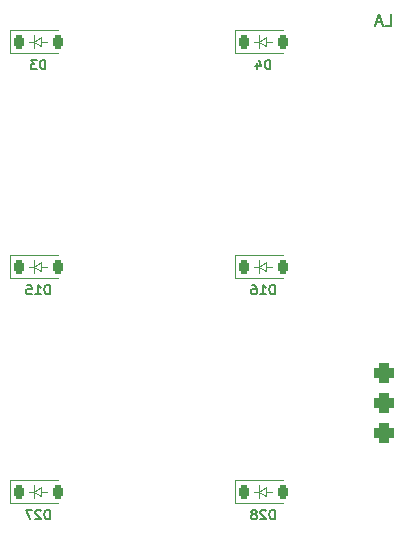
<source format=gbo>
G04 #@! TF.GenerationSoftware,KiCad,Pcbnew,7.0.5*
G04 #@! TF.CreationDate,2023-08-03T23:04:40+08:00*
G04 #@! TF.ProjectId,LA,4c412e6b-6963-4616-945f-706362585858,rev?*
G04 #@! TF.SameCoordinates,Original*
G04 #@! TF.FileFunction,Legend,Bot*
G04 #@! TF.FilePolarity,Positive*
%FSLAX46Y46*%
G04 Gerber Fmt 4.6, Leading zero omitted, Abs format (unit mm)*
G04 Created by KiCad (PCBNEW 7.0.5) date 2023-08-03 23:04:40*
%MOMM*%
%LPD*%
G01*
G04 APERTURE LIST*
G04 Aperture macros list*
%AMRoundRect*
0 Rectangle with rounded corners*
0 $1 Rounding radius*
0 $2 $3 $4 $5 $6 $7 $8 $9 X,Y pos of 4 corners*
0 Add a 4 corners polygon primitive as box body*
4,1,4,$2,$3,$4,$5,$6,$7,$8,$9,$2,$3,0*
0 Add four circle primitives for the rounded corners*
1,1,$1+$1,$2,$3*
1,1,$1+$1,$4,$5*
1,1,$1+$1,$6,$7*
1,1,$1+$1,$8,$9*
0 Add four rect primitives between the rounded corners*
20,1,$1+$1,$2,$3,$4,$5,0*
20,1,$1+$1,$4,$5,$6,$7,0*
20,1,$1+$1,$6,$7,$8,$9,0*
20,1,$1+$1,$8,$9,$2,$3,0*%
%AMHorizOval*
0 Thick line with rounded ends*
0 $1 width*
0 $2 $3 position (X,Y) of the first rounded end (center of the circle)*
0 $4 $5 position (X,Y) of the second rounded end (center of the circle)*
0 Add line between two ends*
20,1,$1,$2,$3,$4,$5,0*
0 Add two circle primitives to create the rounded ends*
1,1,$1,$2,$3*
1,1,$1,$4,$5*%
%AMOutline4P*
0 Free polygon, 4 corners , with rotation*
0 The origin of the aperture is its center*
0 number of corners: always 4*
0 $1 to $8 corner X, Y*
0 $9 Rotation angle, in degrees counterclockwise*
0 create outline with 4 corners*
4,1,4,$1,$2,$3,$4,$5,$6,$7,$8,$1,$2,$9*%
G04 Aperture macros list end*
%ADD10C,0.150000*%
%ADD11C,0.120000*%
%ADD12C,0.100000*%
%ADD13O,2.200000X1.900000*%
%ADD14C,5.100000*%
%ADD15HorizOval,2.400000X-0.305164X0.457575X0.305164X-0.457575X0*%
%ADD16C,2.400000*%
%ADD17Outline4P,-1.150000X-1.200000X1.150000X-1.200000X1.150000X1.200000X-1.150000X1.200000X0.000000*%
%ADD18Outline4P,-1.200000X-1.200000X1.200000X-1.200000X1.200000X1.200000X-1.200000X1.200000X0.000000*%
%ADD19C,3.500000*%
%ADD20C,1.700000*%
%ADD21O,1.700000X1.700000*%
%ADD22RoundRect,0.425000X-0.425000X-0.425000X0.425000X-0.425000X0.425000X0.425000X-0.425000X0.425000X0*%
%ADD23RoundRect,0.225000X-0.225000X-0.375000X0.225000X-0.375000X0.225000X0.375000X-0.225000X0.375000X0*%
G04 APERTURE END LIST*
D10*
X150299047Y-46594819D02*
X150775237Y-46594819D01*
X150775237Y-46594819D02*
X150775237Y-45594819D01*
X150013332Y-46309104D02*
X149537142Y-46309104D01*
X150108570Y-46594819D02*
X149775237Y-45594819D01*
X149775237Y-45594819D02*
X149441904Y-46594819D01*
X121901428Y-69352295D02*
X121901428Y-68552295D01*
X121901428Y-68552295D02*
X121710952Y-68552295D01*
X121710952Y-68552295D02*
X121596666Y-68590390D01*
X121596666Y-68590390D02*
X121520476Y-68666580D01*
X121520476Y-68666580D02*
X121482381Y-68742771D01*
X121482381Y-68742771D02*
X121444285Y-68895152D01*
X121444285Y-68895152D02*
X121444285Y-69009438D01*
X121444285Y-69009438D02*
X121482381Y-69161819D01*
X121482381Y-69161819D02*
X121520476Y-69238009D01*
X121520476Y-69238009D02*
X121596666Y-69314200D01*
X121596666Y-69314200D02*
X121710952Y-69352295D01*
X121710952Y-69352295D02*
X121901428Y-69352295D01*
X120682381Y-69352295D02*
X121139524Y-69352295D01*
X120910952Y-69352295D02*
X120910952Y-68552295D01*
X120910952Y-68552295D02*
X120987143Y-68666580D01*
X120987143Y-68666580D02*
X121063333Y-68742771D01*
X121063333Y-68742771D02*
X121139524Y-68780866D01*
X119958571Y-68552295D02*
X120339523Y-68552295D01*
X120339523Y-68552295D02*
X120377619Y-68933247D01*
X120377619Y-68933247D02*
X120339523Y-68895152D01*
X120339523Y-68895152D02*
X120263333Y-68857057D01*
X120263333Y-68857057D02*
X120072857Y-68857057D01*
X120072857Y-68857057D02*
X119996666Y-68895152D01*
X119996666Y-68895152D02*
X119958571Y-68933247D01*
X119958571Y-68933247D02*
X119920476Y-69009438D01*
X119920476Y-69009438D02*
X119920476Y-69199914D01*
X119920476Y-69199914D02*
X119958571Y-69276104D01*
X119958571Y-69276104D02*
X119996666Y-69314200D01*
X119996666Y-69314200D02*
X120072857Y-69352295D01*
X120072857Y-69352295D02*
X120263333Y-69352295D01*
X120263333Y-69352295D02*
X120339523Y-69314200D01*
X120339523Y-69314200D02*
X120377619Y-69276104D01*
X140951428Y-88402295D02*
X140951428Y-87602295D01*
X140951428Y-87602295D02*
X140760952Y-87602295D01*
X140760952Y-87602295D02*
X140646666Y-87640390D01*
X140646666Y-87640390D02*
X140570476Y-87716580D01*
X140570476Y-87716580D02*
X140532381Y-87792771D01*
X140532381Y-87792771D02*
X140494285Y-87945152D01*
X140494285Y-87945152D02*
X140494285Y-88059438D01*
X140494285Y-88059438D02*
X140532381Y-88211819D01*
X140532381Y-88211819D02*
X140570476Y-88288009D01*
X140570476Y-88288009D02*
X140646666Y-88364200D01*
X140646666Y-88364200D02*
X140760952Y-88402295D01*
X140760952Y-88402295D02*
X140951428Y-88402295D01*
X140189524Y-87678485D02*
X140151428Y-87640390D01*
X140151428Y-87640390D02*
X140075238Y-87602295D01*
X140075238Y-87602295D02*
X139884762Y-87602295D01*
X139884762Y-87602295D02*
X139808571Y-87640390D01*
X139808571Y-87640390D02*
X139770476Y-87678485D01*
X139770476Y-87678485D02*
X139732381Y-87754676D01*
X139732381Y-87754676D02*
X139732381Y-87830866D01*
X139732381Y-87830866D02*
X139770476Y-87945152D01*
X139770476Y-87945152D02*
X140227619Y-88402295D01*
X140227619Y-88402295D02*
X139732381Y-88402295D01*
X139275238Y-87945152D02*
X139351428Y-87907057D01*
X139351428Y-87907057D02*
X139389523Y-87868961D01*
X139389523Y-87868961D02*
X139427619Y-87792771D01*
X139427619Y-87792771D02*
X139427619Y-87754676D01*
X139427619Y-87754676D02*
X139389523Y-87678485D01*
X139389523Y-87678485D02*
X139351428Y-87640390D01*
X139351428Y-87640390D02*
X139275238Y-87602295D01*
X139275238Y-87602295D02*
X139122857Y-87602295D01*
X139122857Y-87602295D02*
X139046666Y-87640390D01*
X139046666Y-87640390D02*
X139008571Y-87678485D01*
X139008571Y-87678485D02*
X138970476Y-87754676D01*
X138970476Y-87754676D02*
X138970476Y-87792771D01*
X138970476Y-87792771D02*
X139008571Y-87868961D01*
X139008571Y-87868961D02*
X139046666Y-87907057D01*
X139046666Y-87907057D02*
X139122857Y-87945152D01*
X139122857Y-87945152D02*
X139275238Y-87945152D01*
X139275238Y-87945152D02*
X139351428Y-87983247D01*
X139351428Y-87983247D02*
X139389523Y-88021342D01*
X139389523Y-88021342D02*
X139427619Y-88097533D01*
X139427619Y-88097533D02*
X139427619Y-88249914D01*
X139427619Y-88249914D02*
X139389523Y-88326104D01*
X139389523Y-88326104D02*
X139351428Y-88364200D01*
X139351428Y-88364200D02*
X139275238Y-88402295D01*
X139275238Y-88402295D02*
X139122857Y-88402295D01*
X139122857Y-88402295D02*
X139046666Y-88364200D01*
X139046666Y-88364200D02*
X139008571Y-88326104D01*
X139008571Y-88326104D02*
X138970476Y-88249914D01*
X138970476Y-88249914D02*
X138970476Y-88097533D01*
X138970476Y-88097533D02*
X139008571Y-88021342D01*
X139008571Y-88021342D02*
X139046666Y-87983247D01*
X139046666Y-87983247D02*
X139122857Y-87945152D01*
X121901428Y-88402295D02*
X121901428Y-87602295D01*
X121901428Y-87602295D02*
X121710952Y-87602295D01*
X121710952Y-87602295D02*
X121596666Y-87640390D01*
X121596666Y-87640390D02*
X121520476Y-87716580D01*
X121520476Y-87716580D02*
X121482381Y-87792771D01*
X121482381Y-87792771D02*
X121444285Y-87945152D01*
X121444285Y-87945152D02*
X121444285Y-88059438D01*
X121444285Y-88059438D02*
X121482381Y-88211819D01*
X121482381Y-88211819D02*
X121520476Y-88288009D01*
X121520476Y-88288009D02*
X121596666Y-88364200D01*
X121596666Y-88364200D02*
X121710952Y-88402295D01*
X121710952Y-88402295D02*
X121901428Y-88402295D01*
X121139524Y-87678485D02*
X121101428Y-87640390D01*
X121101428Y-87640390D02*
X121025238Y-87602295D01*
X121025238Y-87602295D02*
X120834762Y-87602295D01*
X120834762Y-87602295D02*
X120758571Y-87640390D01*
X120758571Y-87640390D02*
X120720476Y-87678485D01*
X120720476Y-87678485D02*
X120682381Y-87754676D01*
X120682381Y-87754676D02*
X120682381Y-87830866D01*
X120682381Y-87830866D02*
X120720476Y-87945152D01*
X120720476Y-87945152D02*
X121177619Y-88402295D01*
X121177619Y-88402295D02*
X120682381Y-88402295D01*
X120415714Y-87602295D02*
X119882380Y-87602295D01*
X119882380Y-87602295D02*
X120225238Y-88402295D01*
X121520475Y-50302295D02*
X121520475Y-49502295D01*
X121520475Y-49502295D02*
X121329999Y-49502295D01*
X121329999Y-49502295D02*
X121215713Y-49540390D01*
X121215713Y-49540390D02*
X121139523Y-49616580D01*
X121139523Y-49616580D02*
X121101428Y-49692771D01*
X121101428Y-49692771D02*
X121063332Y-49845152D01*
X121063332Y-49845152D02*
X121063332Y-49959438D01*
X121063332Y-49959438D02*
X121101428Y-50111819D01*
X121101428Y-50111819D02*
X121139523Y-50188009D01*
X121139523Y-50188009D02*
X121215713Y-50264200D01*
X121215713Y-50264200D02*
X121329999Y-50302295D01*
X121329999Y-50302295D02*
X121520475Y-50302295D01*
X120796666Y-49502295D02*
X120301428Y-49502295D01*
X120301428Y-49502295D02*
X120568094Y-49807057D01*
X120568094Y-49807057D02*
X120453809Y-49807057D01*
X120453809Y-49807057D02*
X120377618Y-49845152D01*
X120377618Y-49845152D02*
X120339523Y-49883247D01*
X120339523Y-49883247D02*
X120301428Y-49959438D01*
X120301428Y-49959438D02*
X120301428Y-50149914D01*
X120301428Y-50149914D02*
X120339523Y-50226104D01*
X120339523Y-50226104D02*
X120377618Y-50264200D01*
X120377618Y-50264200D02*
X120453809Y-50302295D01*
X120453809Y-50302295D02*
X120682380Y-50302295D01*
X120682380Y-50302295D02*
X120758571Y-50264200D01*
X120758571Y-50264200D02*
X120796666Y-50226104D01*
X140951428Y-69352295D02*
X140951428Y-68552295D01*
X140951428Y-68552295D02*
X140760952Y-68552295D01*
X140760952Y-68552295D02*
X140646666Y-68590390D01*
X140646666Y-68590390D02*
X140570476Y-68666580D01*
X140570476Y-68666580D02*
X140532381Y-68742771D01*
X140532381Y-68742771D02*
X140494285Y-68895152D01*
X140494285Y-68895152D02*
X140494285Y-69009438D01*
X140494285Y-69009438D02*
X140532381Y-69161819D01*
X140532381Y-69161819D02*
X140570476Y-69238009D01*
X140570476Y-69238009D02*
X140646666Y-69314200D01*
X140646666Y-69314200D02*
X140760952Y-69352295D01*
X140760952Y-69352295D02*
X140951428Y-69352295D01*
X139732381Y-69352295D02*
X140189524Y-69352295D01*
X139960952Y-69352295D02*
X139960952Y-68552295D01*
X139960952Y-68552295D02*
X140037143Y-68666580D01*
X140037143Y-68666580D02*
X140113333Y-68742771D01*
X140113333Y-68742771D02*
X140189524Y-68780866D01*
X139046666Y-68552295D02*
X139199047Y-68552295D01*
X139199047Y-68552295D02*
X139275238Y-68590390D01*
X139275238Y-68590390D02*
X139313333Y-68628485D01*
X139313333Y-68628485D02*
X139389523Y-68742771D01*
X139389523Y-68742771D02*
X139427619Y-68895152D01*
X139427619Y-68895152D02*
X139427619Y-69199914D01*
X139427619Y-69199914D02*
X139389523Y-69276104D01*
X139389523Y-69276104D02*
X139351428Y-69314200D01*
X139351428Y-69314200D02*
X139275238Y-69352295D01*
X139275238Y-69352295D02*
X139122857Y-69352295D01*
X139122857Y-69352295D02*
X139046666Y-69314200D01*
X139046666Y-69314200D02*
X139008571Y-69276104D01*
X139008571Y-69276104D02*
X138970476Y-69199914D01*
X138970476Y-69199914D02*
X138970476Y-69009438D01*
X138970476Y-69009438D02*
X139008571Y-68933247D01*
X139008571Y-68933247D02*
X139046666Y-68895152D01*
X139046666Y-68895152D02*
X139122857Y-68857057D01*
X139122857Y-68857057D02*
X139275238Y-68857057D01*
X139275238Y-68857057D02*
X139351428Y-68895152D01*
X139351428Y-68895152D02*
X139389523Y-68933247D01*
X139389523Y-68933247D02*
X139427619Y-69009438D01*
X140570475Y-50302295D02*
X140570475Y-49502295D01*
X140570475Y-49502295D02*
X140379999Y-49502295D01*
X140379999Y-49502295D02*
X140265713Y-49540390D01*
X140265713Y-49540390D02*
X140189523Y-49616580D01*
X140189523Y-49616580D02*
X140151428Y-49692771D01*
X140151428Y-49692771D02*
X140113332Y-49845152D01*
X140113332Y-49845152D02*
X140113332Y-49959438D01*
X140113332Y-49959438D02*
X140151428Y-50111819D01*
X140151428Y-50111819D02*
X140189523Y-50188009D01*
X140189523Y-50188009D02*
X140265713Y-50264200D01*
X140265713Y-50264200D02*
X140379999Y-50302295D01*
X140379999Y-50302295D02*
X140570475Y-50302295D01*
X139427618Y-49768961D02*
X139427618Y-50302295D01*
X139618094Y-49464200D02*
X139808571Y-50035628D01*
X139808571Y-50035628D02*
X139313332Y-50035628D01*
D11*
X118570000Y-65990000D02*
X122580000Y-65990000D01*
X118570000Y-67990000D02*
X118570000Y-65990000D01*
X118570000Y-67990000D02*
X122580000Y-67990000D01*
D12*
X120174400Y-66990000D02*
X120574400Y-66990000D01*
X120574400Y-66990000D02*
X120574400Y-66440000D01*
X120574400Y-66990000D02*
X120574400Y-67540000D01*
X120574400Y-66990000D02*
X121174400Y-67390000D01*
X121174400Y-66590000D02*
X120574400Y-66990000D01*
X121174400Y-66990000D02*
X121674400Y-66990000D01*
X121174400Y-67390000D02*
X121174400Y-66590000D01*
D11*
X137620000Y-85040000D02*
X141630000Y-85040000D01*
X137620000Y-87040000D02*
X137620000Y-85040000D01*
X137620000Y-87040000D02*
X141630000Y-87040000D01*
D12*
X139224400Y-86040000D02*
X139624400Y-86040000D01*
X139624400Y-86040000D02*
X139624400Y-85490000D01*
X139624400Y-86040000D02*
X139624400Y-86590000D01*
X139624400Y-86040000D02*
X140224400Y-86440000D01*
X140224400Y-85640000D02*
X139624400Y-86040000D01*
X140224400Y-86040000D02*
X140724400Y-86040000D01*
X140224400Y-86440000D02*
X140224400Y-85640000D01*
D11*
X118570000Y-85040000D02*
X122580000Y-85040000D01*
X118570000Y-87040000D02*
X118570000Y-85040000D01*
X118570000Y-87040000D02*
X122580000Y-87040000D01*
D12*
X120174400Y-86040000D02*
X120574400Y-86040000D01*
X120574400Y-86040000D02*
X120574400Y-85490000D01*
X120574400Y-86040000D02*
X120574400Y-86590000D01*
X120574400Y-86040000D02*
X121174400Y-86440000D01*
X121174400Y-85640000D02*
X120574400Y-86040000D01*
X121174400Y-86040000D02*
X121674400Y-86040000D01*
X121174400Y-86440000D02*
X121174400Y-85640000D01*
D11*
X118570000Y-46940000D02*
X122580000Y-46940000D01*
X118570000Y-48940000D02*
X118570000Y-46940000D01*
X118570000Y-48940000D02*
X122580000Y-48940000D01*
D12*
X120174400Y-47940000D02*
X120574400Y-47940000D01*
X120574400Y-47940000D02*
X120574400Y-47390000D01*
X120574400Y-47940000D02*
X120574400Y-48490000D01*
X120574400Y-47940000D02*
X121174400Y-48340000D01*
X121174400Y-47540000D02*
X120574400Y-47940000D01*
X121174400Y-47940000D02*
X121674400Y-47940000D01*
X121174400Y-48340000D02*
X121174400Y-47540000D01*
D11*
X137620000Y-65990000D02*
X141630000Y-65990000D01*
X137620000Y-67990000D02*
X137620000Y-65990000D01*
X137620000Y-67990000D02*
X141630000Y-67990000D01*
D12*
X139224400Y-66990000D02*
X139624400Y-66990000D01*
X139624400Y-66990000D02*
X139624400Y-66440000D01*
X139624400Y-66990000D02*
X139624400Y-67540000D01*
X139624400Y-66990000D02*
X140224400Y-67390000D01*
X140224400Y-66590000D02*
X139624400Y-66990000D01*
X140224400Y-66990000D02*
X140724400Y-66990000D01*
X140224400Y-67390000D02*
X140224400Y-66590000D01*
D11*
X137620000Y-46940000D02*
X141630000Y-46940000D01*
X137620000Y-48940000D02*
X137620000Y-46940000D01*
X137620000Y-48940000D02*
X141630000Y-48940000D01*
D12*
X139224400Y-47940000D02*
X139624400Y-47940000D01*
X139624400Y-47940000D02*
X139624400Y-47390000D01*
X139624400Y-47940000D02*
X139624400Y-48490000D01*
X139624400Y-47940000D02*
X140224400Y-48340000D01*
X140224400Y-47540000D02*
X139624400Y-47940000D01*
X140224400Y-47940000D02*
X140724400Y-47940000D01*
X140224400Y-48340000D02*
X140224400Y-47540000D01*
%LPC*%
D13*
X136810000Y-54430000D03*
D14*
X142110000Y-54430000D03*
D13*
X147410000Y-54430000D03*
D15*
X137410000Y-58680000D03*
D16*
X138300000Y-51890000D03*
X142110000Y-60330000D03*
D17*
X143410000Y-60330000D03*
D16*
X144650000Y-49330000D03*
X144710000Y-60330000D03*
D18*
X145880000Y-49330000D03*
D16*
X147110000Y-49330000D03*
D13*
X117760000Y-54430000D03*
D14*
X123060000Y-54430000D03*
D13*
X128360000Y-54430000D03*
D15*
X118360000Y-58680000D03*
D16*
X119250000Y-51890000D03*
X123060000Y-60330000D03*
D17*
X124360000Y-60330000D03*
D16*
X125600000Y-49330000D03*
X125660000Y-60330000D03*
D18*
X126830000Y-49330000D03*
D16*
X128060000Y-49330000D03*
D19*
X132585000Y-83005000D03*
X132585000Y-63955000D03*
D20*
X150230000Y-65860000D03*
D21*
X150230000Y-68400000D03*
X150230000Y-70940000D03*
X150230000Y-73480000D03*
D22*
X150230000Y-76020000D03*
X150230000Y-78560000D03*
X150230000Y-81100000D03*
D13*
X117760000Y-92530000D03*
D14*
X123060000Y-92530000D03*
D13*
X128360000Y-92530000D03*
D15*
X118360000Y-96780000D03*
D16*
X119250000Y-89990000D03*
X123060000Y-98430000D03*
D17*
X124360000Y-98430000D03*
D16*
X125600000Y-87430000D03*
X125660000Y-98430000D03*
D18*
X126830000Y-87430000D03*
D16*
X128060000Y-87430000D03*
D13*
X136810000Y-73480000D03*
D14*
X142110000Y-73480000D03*
D13*
X147410000Y-73480000D03*
D15*
X137410000Y-77730000D03*
D16*
X138300000Y-70940000D03*
X142110000Y-79380000D03*
D17*
X143410000Y-79380000D03*
D16*
X144650000Y-68380000D03*
X144710000Y-79380000D03*
D18*
X145880000Y-68380000D03*
D16*
X147110000Y-68380000D03*
D13*
X136810000Y-92530000D03*
D14*
X142110000Y-92530000D03*
D13*
X147410000Y-92530000D03*
D15*
X137410000Y-96780000D03*
D16*
X138300000Y-89990000D03*
X142110000Y-98430000D03*
D17*
X143410000Y-98430000D03*
D16*
X144650000Y-87430000D03*
X144710000Y-98430000D03*
D18*
X145880000Y-87430000D03*
D16*
X147110000Y-87430000D03*
D13*
X117760000Y-73480000D03*
D14*
X123060000Y-73480000D03*
D13*
X128360000Y-73480000D03*
D15*
X118360000Y-77730000D03*
D16*
X119250000Y-70940000D03*
X123060000Y-79380000D03*
D17*
X124360000Y-79380000D03*
D16*
X125600000Y-68380000D03*
X125660000Y-79380000D03*
D18*
X126830000Y-68380000D03*
D16*
X128060000Y-68380000D03*
D20*
X114900000Y-68400000D03*
D21*
X114900000Y-70940000D03*
D22*
X114900000Y-73480000D03*
X114900000Y-76020000D03*
X114900000Y-78560000D03*
D23*
X119280000Y-66990000D03*
X122580000Y-66990000D03*
X138330000Y-86040000D03*
X141630000Y-86040000D03*
X119280000Y-86040000D03*
X122580000Y-86040000D03*
X119280000Y-47940000D03*
X122580000Y-47940000D03*
X138330000Y-66990000D03*
X141630000Y-66990000D03*
X138330000Y-47940000D03*
X141630000Y-47940000D03*
%LPD*%
M02*

</source>
